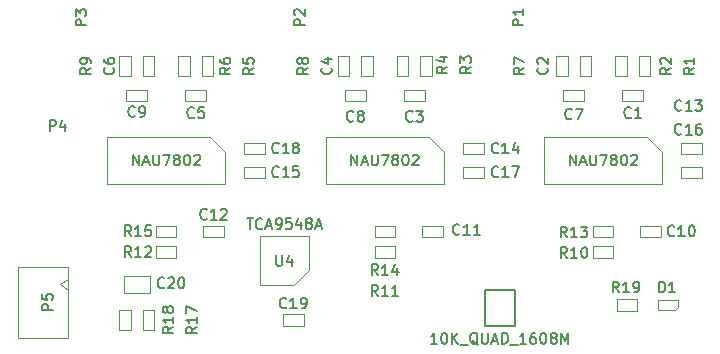
<source format=gbr>
G04 #@! TF.GenerationSoftware,KiCad,Pcbnew,(5.1.0-0)*
G04 #@! TF.CreationDate,2019-05-28T11:35:41+09:30*
G04 #@! TF.ProjectId,triax-loadwing,74726961-782d-46c6-9f61-6477696e672e,V1.0*
G04 #@! TF.SameCoordinates,Original*
G04 #@! TF.FileFunction,Other,Fab,Top*
%FSLAX46Y46*%
G04 Gerber Fmt 4.6, Leading zero omitted, Abs format (unit mm)*
G04 Created by KiCad (PCBNEW (5.1.0-0)) date 2019-05-28 11:35:41*
%MOMM*%
%LPD*%
G04 APERTURE LIST*
%ADD10C,0.150000*%
%ADD11C,0.100000*%
%ADD12C,0.120000*%
%ADD13C,0.160000*%
G04 APERTURE END LIST*
D10*
X175500000Y-85000000D02*
X175500000Y-85000000D01*
X175500000Y-88000000D02*
X175500000Y-85000000D01*
X178000000Y-88000000D02*
X175500000Y-88000000D01*
X178000000Y-85000000D02*
X178000000Y-88000000D01*
X175500000Y-85000000D02*
X178000000Y-85000000D01*
D11*
X139467893Y-84500000D02*
X140175000Y-85000000D01*
X140175000Y-84000000D02*
X139467893Y-84500000D01*
X140175000Y-89000000D02*
X135925000Y-89000000D01*
X140175000Y-83000000D02*
X135925000Y-83000000D01*
X135925000Y-83000000D02*
X135925000Y-89000000D01*
X140175000Y-83000000D02*
X140175000Y-89000000D01*
D12*
X144900000Y-83770000D02*
X147100000Y-83770000D01*
X144900000Y-85230000D02*
X144900000Y-83770000D01*
X147100000Y-85230000D02*
X144900000Y-85230000D01*
X147100000Y-83770000D02*
X147100000Y-85230000D01*
X156420000Y-80420000D02*
X160580000Y-80420000D01*
X156420000Y-84580000D02*
X156420000Y-80420000D01*
X159310000Y-84580000D02*
X156420000Y-84580000D01*
X160580000Y-83310000D02*
X159310000Y-84580000D01*
X160580000Y-80420000D02*
X160580000Y-83310000D01*
X143500000Y-76000000D02*
X143500000Y-72000000D01*
X153500000Y-76000000D02*
X143500000Y-76000000D01*
X153500000Y-73270000D02*
X153500000Y-76000000D01*
X152230000Y-72000000D02*
X153500000Y-73270000D01*
X143500000Y-72000000D02*
X152230000Y-72000000D01*
X162000000Y-76000000D02*
X162000000Y-72000000D01*
X172000000Y-76000000D02*
X162000000Y-76000000D01*
X172000000Y-73270000D02*
X172000000Y-76000000D01*
X170730000Y-72000000D02*
X172000000Y-73270000D01*
X162000000Y-72000000D02*
X170730000Y-72000000D01*
X180500000Y-76000000D02*
X180500000Y-72000000D01*
X190500000Y-76000000D02*
X180500000Y-76000000D01*
X190500000Y-73270000D02*
X190500000Y-76000000D01*
X189230000Y-72000000D02*
X190500000Y-73270000D01*
X180500000Y-72000000D02*
X189230000Y-72000000D01*
X188330000Y-86730000D02*
X186670000Y-86730000D01*
X188330000Y-85770000D02*
X188330000Y-86730000D01*
X186670000Y-85770000D02*
X188330000Y-85770000D01*
X186670000Y-86730000D02*
X186670000Y-85770000D01*
X145480000Y-86670000D02*
X145480000Y-88330000D01*
X144520000Y-86670000D02*
X145480000Y-86670000D01*
X144520000Y-88330000D02*
X144520000Y-86670000D01*
X145480000Y-88330000D02*
X144520000Y-88330000D01*
X146520000Y-88330000D02*
X146520000Y-86670000D01*
X147480000Y-88330000D02*
X146520000Y-88330000D01*
X147480000Y-86670000D02*
X147480000Y-88330000D01*
X146520000Y-86670000D02*
X147480000Y-86670000D01*
X149330000Y-80480000D02*
X147670000Y-80480000D01*
X149330000Y-79520000D02*
X149330000Y-80480000D01*
X147670000Y-79520000D02*
X149330000Y-79520000D01*
X147670000Y-80480000D02*
X147670000Y-79520000D01*
X167830000Y-80480000D02*
X166170000Y-80480000D01*
X167830000Y-79520000D02*
X167830000Y-80480000D01*
X166170000Y-79520000D02*
X167830000Y-79520000D01*
X166170000Y-80480000D02*
X166170000Y-79520000D01*
X186330000Y-80480000D02*
X184670000Y-80480000D01*
X186330000Y-79520000D02*
X186330000Y-80480000D01*
X184670000Y-79520000D02*
X186330000Y-79520000D01*
X184670000Y-80480000D02*
X184670000Y-79520000D01*
X147670000Y-81270000D02*
X149330000Y-81270000D01*
X147670000Y-82230000D02*
X147670000Y-81270000D01*
X149330000Y-82230000D02*
X147670000Y-82230000D01*
X149330000Y-81270000D02*
X149330000Y-82230000D01*
X166170000Y-81270000D02*
X167830000Y-81270000D01*
X166170000Y-82230000D02*
X166170000Y-81270000D01*
X167830000Y-82230000D02*
X166170000Y-82230000D01*
X167830000Y-81270000D02*
X167830000Y-82230000D01*
X184670000Y-81270000D02*
X186330000Y-81270000D01*
X184670000Y-82230000D02*
X184670000Y-81270000D01*
X186330000Y-82230000D02*
X184670000Y-82230000D01*
X186330000Y-81270000D02*
X186330000Y-82230000D01*
X144520000Y-66830000D02*
X144520000Y-65170000D01*
X145480000Y-66830000D02*
X144520000Y-66830000D01*
X145480000Y-65170000D02*
X145480000Y-66830000D01*
X144520000Y-65170000D02*
X145480000Y-65170000D01*
X163020000Y-66830000D02*
X163020000Y-65170000D01*
X163980000Y-66830000D02*
X163020000Y-66830000D01*
X163980000Y-65170000D02*
X163980000Y-66830000D01*
X163020000Y-65170000D02*
X163980000Y-65170000D01*
X181520000Y-66830000D02*
X181520000Y-65170000D01*
X182480000Y-66830000D02*
X181520000Y-66830000D01*
X182480000Y-65170000D02*
X182480000Y-66830000D01*
X181520000Y-65170000D02*
X182480000Y-65170000D01*
X150480000Y-65170000D02*
X150480000Y-66830000D01*
X149520000Y-65170000D02*
X150480000Y-65170000D01*
X149520000Y-66830000D02*
X149520000Y-65170000D01*
X150480000Y-66830000D02*
X149520000Y-66830000D01*
X152480000Y-65170000D02*
X152480000Y-66830000D01*
X151520000Y-65170000D02*
X152480000Y-65170000D01*
X151520000Y-66830000D02*
X151520000Y-65170000D01*
X152480000Y-66830000D02*
X151520000Y-66830000D01*
X168980000Y-65170000D02*
X168980000Y-66830000D01*
X168020000Y-65170000D02*
X168980000Y-65170000D01*
X168020000Y-66830000D02*
X168020000Y-65170000D01*
X168980000Y-66830000D02*
X168020000Y-66830000D01*
X170980000Y-65170000D02*
X170980000Y-66830000D01*
X170020000Y-65170000D02*
X170980000Y-65170000D01*
X170020000Y-66830000D02*
X170020000Y-65170000D01*
X170980000Y-66830000D02*
X170020000Y-66830000D01*
X187480000Y-65170000D02*
X187480000Y-66830000D01*
X186520000Y-65170000D02*
X187480000Y-65170000D01*
X186520000Y-66830000D02*
X186520000Y-65170000D01*
X187480000Y-66830000D02*
X186520000Y-66830000D01*
X189480000Y-65170000D02*
X189480000Y-66830000D01*
X188520000Y-65170000D02*
X189480000Y-65170000D01*
X188520000Y-66830000D02*
X188520000Y-65170000D01*
X189480000Y-66830000D02*
X188520000Y-66830000D01*
X190150000Y-85800000D02*
X191850000Y-85800000D01*
X190150000Y-86700000D02*
X190150000Y-85800000D01*
X191550000Y-86700000D02*
X190150000Y-86700000D01*
X191850000Y-86400000D02*
X191550000Y-86700000D01*
X191850000Y-85800000D02*
X191850000Y-86400000D01*
X160130000Y-87980000D02*
X158370000Y-87980000D01*
X160130000Y-87020000D02*
X160130000Y-87980000D01*
X158370000Y-87020000D02*
X160130000Y-87020000D01*
X158370000Y-87980000D02*
X158370000Y-87020000D01*
X156880000Y-73480000D02*
X155120000Y-73480000D01*
X156880000Y-72520000D02*
X156880000Y-73480000D01*
X155120000Y-72520000D02*
X156880000Y-72520000D01*
X155120000Y-73480000D02*
X155120000Y-72520000D01*
X175380000Y-75480000D02*
X173620000Y-75480000D01*
X175380000Y-74520000D02*
X175380000Y-75480000D01*
X173620000Y-74520000D02*
X175380000Y-74520000D01*
X173620000Y-75480000D02*
X173620000Y-74520000D01*
X193880000Y-75480000D02*
X192120000Y-75480000D01*
X193880000Y-74520000D02*
X193880000Y-75480000D01*
X192120000Y-74520000D02*
X193880000Y-74520000D01*
X192120000Y-75480000D02*
X192120000Y-74520000D01*
X155120000Y-74520000D02*
X156880000Y-74520000D01*
X155120000Y-75480000D02*
X155120000Y-74520000D01*
X156880000Y-75480000D02*
X155120000Y-75480000D01*
X156880000Y-74520000D02*
X156880000Y-75480000D01*
X173620000Y-72520000D02*
X175380000Y-72520000D01*
X173620000Y-73480000D02*
X173620000Y-72520000D01*
X175380000Y-73480000D02*
X173620000Y-73480000D01*
X175380000Y-72520000D02*
X175380000Y-73480000D01*
X192120000Y-72520000D02*
X193880000Y-72520000D01*
X192120000Y-73480000D02*
X192120000Y-72520000D01*
X193880000Y-73480000D02*
X192120000Y-73480000D01*
X193880000Y-72520000D02*
X193880000Y-73480000D01*
X153380000Y-80480000D02*
X151620000Y-80480000D01*
X153380000Y-79520000D02*
X153380000Y-80480000D01*
X151620000Y-79520000D02*
X153380000Y-79520000D01*
X151620000Y-80480000D02*
X151620000Y-79520000D01*
X171905000Y-80480000D02*
X170145000Y-80480000D01*
X171905000Y-79520000D02*
X171905000Y-80480000D01*
X170145000Y-79520000D02*
X171905000Y-79520000D01*
X170145000Y-80480000D02*
X170145000Y-79520000D01*
X190380000Y-80480000D02*
X188620000Y-80480000D01*
X190380000Y-79520000D02*
X190380000Y-80480000D01*
X188620000Y-79520000D02*
X190380000Y-79520000D01*
X188620000Y-80480000D02*
X188620000Y-79520000D01*
X146880000Y-68980000D02*
X145120000Y-68980000D01*
X146880000Y-68020000D02*
X146880000Y-68980000D01*
X145120000Y-68020000D02*
X146880000Y-68020000D01*
X145120000Y-68980000D02*
X145120000Y-68020000D01*
X165380000Y-68980000D02*
X163620000Y-68980000D01*
X165380000Y-68020000D02*
X165380000Y-68980000D01*
X163620000Y-68020000D02*
X165380000Y-68020000D01*
X163620000Y-68980000D02*
X163620000Y-68020000D01*
X183880000Y-68980000D02*
X182120000Y-68980000D01*
X183880000Y-68020000D02*
X183880000Y-68980000D01*
X182120000Y-68020000D02*
X183880000Y-68020000D01*
X182120000Y-68980000D02*
X182120000Y-68020000D01*
X146520000Y-66880000D02*
X146520000Y-65120000D01*
X147480000Y-66880000D02*
X146520000Y-66880000D01*
X147480000Y-65120000D02*
X147480000Y-66880000D01*
X146520000Y-65120000D02*
X147480000Y-65120000D01*
X150120000Y-68020000D02*
X151880000Y-68020000D01*
X150120000Y-68980000D02*
X150120000Y-68020000D01*
X151880000Y-68980000D02*
X150120000Y-68980000D01*
X151880000Y-68020000D02*
X151880000Y-68980000D01*
X165020000Y-66880000D02*
X165020000Y-65120000D01*
X165980000Y-66880000D02*
X165020000Y-66880000D01*
X165980000Y-65120000D02*
X165980000Y-66880000D01*
X165020000Y-65120000D02*
X165980000Y-65120000D01*
X168620000Y-68020000D02*
X170380000Y-68020000D01*
X168620000Y-68980000D02*
X168620000Y-68020000D01*
X170380000Y-68980000D02*
X168620000Y-68980000D01*
X170380000Y-68020000D02*
X170380000Y-68980000D01*
X183520000Y-66880000D02*
X183520000Y-65120000D01*
X184480000Y-66880000D02*
X183520000Y-66880000D01*
X184480000Y-65120000D02*
X184480000Y-66880000D01*
X183520000Y-65120000D02*
X184480000Y-65120000D01*
X187120000Y-68020000D02*
X188880000Y-68020000D01*
X187120000Y-68980000D02*
X187120000Y-68020000D01*
X188880000Y-68980000D02*
X187120000Y-68980000D01*
X188880000Y-68020000D02*
X188880000Y-68980000D01*
D13*
X171435714Y-89507142D02*
X170921428Y-89507142D01*
X171178571Y-89507142D02*
X171178571Y-88607142D01*
X171092857Y-88735714D01*
X171007142Y-88821428D01*
X170921428Y-88864285D01*
X171992857Y-88607142D02*
X172078571Y-88607142D01*
X172164285Y-88650000D01*
X172207142Y-88692857D01*
X172250000Y-88778571D01*
X172292857Y-88950000D01*
X172292857Y-89164285D01*
X172250000Y-89335714D01*
X172207142Y-89421428D01*
X172164285Y-89464285D01*
X172078571Y-89507142D01*
X171992857Y-89507142D01*
X171907142Y-89464285D01*
X171864285Y-89421428D01*
X171821428Y-89335714D01*
X171778571Y-89164285D01*
X171778571Y-88950000D01*
X171821428Y-88778571D01*
X171864285Y-88692857D01*
X171907142Y-88650000D01*
X171992857Y-88607142D01*
X172678571Y-89507142D02*
X172678571Y-88607142D01*
X173192857Y-89507142D02*
X172807142Y-88992857D01*
X173192857Y-88607142D02*
X172678571Y-89121428D01*
X173364285Y-89592857D02*
X174050000Y-89592857D01*
X174864285Y-89592857D02*
X174778571Y-89550000D01*
X174692857Y-89464285D01*
X174564285Y-89335714D01*
X174478571Y-89292857D01*
X174392857Y-89292857D01*
X174435714Y-89507142D02*
X174350000Y-89464285D01*
X174264285Y-89378571D01*
X174221428Y-89207142D01*
X174221428Y-88907142D01*
X174264285Y-88735714D01*
X174350000Y-88650000D01*
X174435714Y-88607142D01*
X174607142Y-88607142D01*
X174692857Y-88650000D01*
X174778571Y-88735714D01*
X174821428Y-88907142D01*
X174821428Y-89207142D01*
X174778571Y-89378571D01*
X174692857Y-89464285D01*
X174607142Y-89507142D01*
X174435714Y-89507142D01*
X175207142Y-88607142D02*
X175207142Y-89335714D01*
X175250000Y-89421428D01*
X175292857Y-89464285D01*
X175378571Y-89507142D01*
X175550000Y-89507142D01*
X175635714Y-89464285D01*
X175678571Y-89421428D01*
X175721428Y-89335714D01*
X175721428Y-88607142D01*
X176107142Y-89250000D02*
X176535714Y-89250000D01*
X176021428Y-89507142D02*
X176321428Y-88607142D01*
X176621428Y-89507142D01*
X176921428Y-89507142D02*
X176921428Y-88607142D01*
X177135714Y-88607142D01*
X177264285Y-88650000D01*
X177350000Y-88735714D01*
X177392857Y-88821428D01*
X177435714Y-88992857D01*
X177435714Y-89121428D01*
X177392857Y-89292857D01*
X177350000Y-89378571D01*
X177264285Y-89464285D01*
X177135714Y-89507142D01*
X176921428Y-89507142D01*
X177607142Y-89592857D02*
X178292857Y-89592857D01*
X178978571Y-89507142D02*
X178464285Y-89507142D01*
X178721428Y-89507142D02*
X178721428Y-88607142D01*
X178635714Y-88735714D01*
X178550000Y-88821428D01*
X178464285Y-88864285D01*
X179750000Y-88607142D02*
X179578571Y-88607142D01*
X179492857Y-88650000D01*
X179450000Y-88692857D01*
X179364285Y-88821428D01*
X179321428Y-88992857D01*
X179321428Y-89335714D01*
X179364285Y-89421428D01*
X179407142Y-89464285D01*
X179492857Y-89507142D01*
X179664285Y-89507142D01*
X179750000Y-89464285D01*
X179792857Y-89421428D01*
X179835714Y-89335714D01*
X179835714Y-89121428D01*
X179792857Y-89035714D01*
X179750000Y-88992857D01*
X179664285Y-88950000D01*
X179492857Y-88950000D01*
X179407142Y-88992857D01*
X179364285Y-89035714D01*
X179321428Y-89121428D01*
X180392857Y-88607142D02*
X180478571Y-88607142D01*
X180564285Y-88650000D01*
X180607142Y-88692857D01*
X180650000Y-88778571D01*
X180692857Y-88950000D01*
X180692857Y-89164285D01*
X180650000Y-89335714D01*
X180607142Y-89421428D01*
X180564285Y-89464285D01*
X180478571Y-89507142D01*
X180392857Y-89507142D01*
X180307142Y-89464285D01*
X180264285Y-89421428D01*
X180221428Y-89335714D01*
X180178571Y-89164285D01*
X180178571Y-88950000D01*
X180221428Y-88778571D01*
X180264285Y-88692857D01*
X180307142Y-88650000D01*
X180392857Y-88607142D01*
X181207142Y-88992857D02*
X181121428Y-88950000D01*
X181078571Y-88907142D01*
X181035714Y-88821428D01*
X181035714Y-88778571D01*
X181078571Y-88692857D01*
X181121428Y-88650000D01*
X181207142Y-88607142D01*
X181378571Y-88607142D01*
X181464285Y-88650000D01*
X181507142Y-88692857D01*
X181550000Y-88778571D01*
X181550000Y-88821428D01*
X181507142Y-88907142D01*
X181464285Y-88950000D01*
X181378571Y-88992857D01*
X181207142Y-88992857D01*
X181121428Y-89035714D01*
X181078571Y-89078571D01*
X181035714Y-89164285D01*
X181035714Y-89335714D01*
X181078571Y-89421428D01*
X181121428Y-89464285D01*
X181207142Y-89507142D01*
X181378571Y-89507142D01*
X181464285Y-89464285D01*
X181507142Y-89421428D01*
X181550000Y-89335714D01*
X181550000Y-89164285D01*
X181507142Y-89078571D01*
X181464285Y-89035714D01*
X181378571Y-88992857D01*
X181935714Y-89507142D02*
X181935714Y-88607142D01*
X182235714Y-89250000D01*
X182535714Y-88607142D01*
X182535714Y-89507142D01*
X138907142Y-86664285D02*
X138007142Y-86664285D01*
X138007142Y-86321428D01*
X138050000Y-86235714D01*
X138092857Y-86192857D01*
X138178571Y-86150000D01*
X138307142Y-86150000D01*
X138392857Y-86192857D01*
X138435714Y-86235714D01*
X138478571Y-86321428D01*
X138478571Y-86664285D01*
X138007142Y-85335714D02*
X138007142Y-85764285D01*
X138435714Y-85807142D01*
X138392857Y-85764285D01*
X138350000Y-85678571D01*
X138350000Y-85464285D01*
X138392857Y-85378571D01*
X138435714Y-85335714D01*
X138521428Y-85292857D01*
X138735714Y-85292857D01*
X138821428Y-85335714D01*
X138864285Y-85378571D01*
X138907142Y-85464285D01*
X138907142Y-85678571D01*
X138864285Y-85764285D01*
X138821428Y-85807142D01*
X138635714Y-71507142D02*
X138635714Y-70607142D01*
X138978571Y-70607142D01*
X139064285Y-70650000D01*
X139107142Y-70692857D01*
X139150000Y-70778571D01*
X139150000Y-70907142D01*
X139107142Y-70992857D01*
X139064285Y-71035714D01*
X138978571Y-71078571D01*
X138635714Y-71078571D01*
X139921428Y-70907142D02*
X139921428Y-71507142D01*
X139707142Y-70564285D02*
X139492857Y-71207142D01*
X140050000Y-71207142D01*
X148321428Y-84721428D02*
X148278571Y-84764285D01*
X148150000Y-84807142D01*
X148064285Y-84807142D01*
X147935714Y-84764285D01*
X147850000Y-84678571D01*
X147807142Y-84592857D01*
X147764285Y-84421428D01*
X147764285Y-84292857D01*
X147807142Y-84121428D01*
X147850000Y-84035714D01*
X147935714Y-83950000D01*
X148064285Y-83907142D01*
X148150000Y-83907142D01*
X148278571Y-83950000D01*
X148321428Y-83992857D01*
X148664285Y-83992857D02*
X148707142Y-83950000D01*
X148792857Y-83907142D01*
X149007142Y-83907142D01*
X149092857Y-83950000D01*
X149135714Y-83992857D01*
X149178571Y-84078571D01*
X149178571Y-84164285D01*
X149135714Y-84292857D01*
X148621428Y-84807142D01*
X149178571Y-84807142D01*
X149735714Y-83907142D02*
X149821428Y-83907142D01*
X149907142Y-83950000D01*
X149950000Y-83992857D01*
X149992857Y-84078571D01*
X150035714Y-84250000D01*
X150035714Y-84464285D01*
X149992857Y-84635714D01*
X149950000Y-84721428D01*
X149907142Y-84764285D01*
X149821428Y-84807142D01*
X149735714Y-84807142D01*
X149650000Y-84764285D01*
X149607142Y-84721428D01*
X149564285Y-84635714D01*
X149521428Y-84464285D01*
X149521428Y-84250000D01*
X149564285Y-84078571D01*
X149607142Y-83992857D01*
X149650000Y-83950000D01*
X149735714Y-83907142D01*
X141727142Y-62564285D02*
X140827142Y-62564285D01*
X140827142Y-62221428D01*
X140870000Y-62135714D01*
X140912857Y-62092857D01*
X140998571Y-62050000D01*
X141127142Y-62050000D01*
X141212857Y-62092857D01*
X141255714Y-62135714D01*
X141298571Y-62221428D01*
X141298571Y-62564285D01*
X140827142Y-61750000D02*
X140827142Y-61192857D01*
X141170000Y-61492857D01*
X141170000Y-61364285D01*
X141212857Y-61278571D01*
X141255714Y-61235714D01*
X141341428Y-61192857D01*
X141555714Y-61192857D01*
X141641428Y-61235714D01*
X141684285Y-61278571D01*
X141727142Y-61364285D01*
X141727142Y-61621428D01*
X141684285Y-61707142D01*
X141641428Y-61750000D01*
X160227142Y-62564285D02*
X159327142Y-62564285D01*
X159327142Y-62221428D01*
X159370000Y-62135714D01*
X159412857Y-62092857D01*
X159498571Y-62050000D01*
X159627142Y-62050000D01*
X159712857Y-62092857D01*
X159755714Y-62135714D01*
X159798571Y-62221428D01*
X159798571Y-62564285D01*
X159412857Y-61707142D02*
X159370000Y-61664285D01*
X159327142Y-61578571D01*
X159327142Y-61364285D01*
X159370000Y-61278571D01*
X159412857Y-61235714D01*
X159498571Y-61192857D01*
X159584285Y-61192857D01*
X159712857Y-61235714D01*
X160227142Y-61750000D01*
X160227142Y-61192857D01*
X178727142Y-62564285D02*
X177827142Y-62564285D01*
X177827142Y-62221428D01*
X177870000Y-62135714D01*
X177912857Y-62092857D01*
X177998571Y-62050000D01*
X178127142Y-62050000D01*
X178212857Y-62092857D01*
X178255714Y-62135714D01*
X178298571Y-62221428D01*
X178298571Y-62564285D01*
X178727142Y-61192857D02*
X178727142Y-61707142D01*
X178727142Y-61450000D02*
X177827142Y-61450000D01*
X177955714Y-61535714D01*
X178041428Y-61621428D01*
X178084285Y-61707142D01*
X157814285Y-82007142D02*
X157814285Y-82735714D01*
X157857142Y-82821428D01*
X157900000Y-82864285D01*
X157985714Y-82907142D01*
X158157142Y-82907142D01*
X158242857Y-82864285D01*
X158285714Y-82821428D01*
X158328571Y-82735714D01*
X158328571Y-82007142D01*
X159142857Y-82307142D02*
X159142857Y-82907142D01*
X158928571Y-81964285D02*
X158714285Y-82607142D01*
X159271428Y-82607142D01*
X155307142Y-78907142D02*
X155821428Y-78907142D01*
X155564285Y-79807142D02*
X155564285Y-78907142D01*
X156635714Y-79721428D02*
X156592857Y-79764285D01*
X156464285Y-79807142D01*
X156378571Y-79807142D01*
X156250000Y-79764285D01*
X156164285Y-79678571D01*
X156121428Y-79592857D01*
X156078571Y-79421428D01*
X156078571Y-79292857D01*
X156121428Y-79121428D01*
X156164285Y-79035714D01*
X156250000Y-78950000D01*
X156378571Y-78907142D01*
X156464285Y-78907142D01*
X156592857Y-78950000D01*
X156635714Y-78992857D01*
X156978571Y-79550000D02*
X157407142Y-79550000D01*
X156892857Y-79807142D02*
X157192857Y-78907142D01*
X157492857Y-79807142D01*
X157835714Y-79807142D02*
X158007142Y-79807142D01*
X158092857Y-79764285D01*
X158135714Y-79721428D01*
X158221428Y-79592857D01*
X158264285Y-79421428D01*
X158264285Y-79078571D01*
X158221428Y-78992857D01*
X158178571Y-78950000D01*
X158092857Y-78907142D01*
X157921428Y-78907142D01*
X157835714Y-78950000D01*
X157792857Y-78992857D01*
X157750000Y-79078571D01*
X157750000Y-79292857D01*
X157792857Y-79378571D01*
X157835714Y-79421428D01*
X157921428Y-79464285D01*
X158092857Y-79464285D01*
X158178571Y-79421428D01*
X158221428Y-79378571D01*
X158264285Y-79292857D01*
X159078571Y-78907142D02*
X158650000Y-78907142D01*
X158607142Y-79335714D01*
X158650000Y-79292857D01*
X158735714Y-79250000D01*
X158950000Y-79250000D01*
X159035714Y-79292857D01*
X159078571Y-79335714D01*
X159121428Y-79421428D01*
X159121428Y-79635714D01*
X159078571Y-79721428D01*
X159035714Y-79764285D01*
X158950000Y-79807142D01*
X158735714Y-79807142D01*
X158650000Y-79764285D01*
X158607142Y-79721428D01*
X159892857Y-79207142D02*
X159892857Y-79807142D01*
X159678571Y-78864285D02*
X159464285Y-79507142D01*
X160021428Y-79507142D01*
X160492857Y-79292857D02*
X160407142Y-79250000D01*
X160364285Y-79207142D01*
X160321428Y-79121428D01*
X160321428Y-79078571D01*
X160364285Y-78992857D01*
X160407142Y-78950000D01*
X160492857Y-78907142D01*
X160664285Y-78907142D01*
X160750000Y-78950000D01*
X160792857Y-78992857D01*
X160835714Y-79078571D01*
X160835714Y-79121428D01*
X160792857Y-79207142D01*
X160750000Y-79250000D01*
X160664285Y-79292857D01*
X160492857Y-79292857D01*
X160407142Y-79335714D01*
X160364285Y-79378571D01*
X160321428Y-79464285D01*
X160321428Y-79635714D01*
X160364285Y-79721428D01*
X160407142Y-79764285D01*
X160492857Y-79807142D01*
X160664285Y-79807142D01*
X160750000Y-79764285D01*
X160792857Y-79721428D01*
X160835714Y-79635714D01*
X160835714Y-79464285D01*
X160792857Y-79378571D01*
X160750000Y-79335714D01*
X160664285Y-79292857D01*
X161178571Y-79550000D02*
X161607142Y-79550000D01*
X161092857Y-79807142D02*
X161392857Y-78907142D01*
X161692857Y-79807142D01*
X145671428Y-74407142D02*
X145671428Y-73507142D01*
X146185714Y-74407142D01*
X146185714Y-73507142D01*
X146571428Y-74150000D02*
X147000000Y-74150000D01*
X146485714Y-74407142D02*
X146785714Y-73507142D01*
X147085714Y-74407142D01*
X147385714Y-73507142D02*
X147385714Y-74235714D01*
X147428571Y-74321428D01*
X147471428Y-74364285D01*
X147557142Y-74407142D01*
X147728571Y-74407142D01*
X147814285Y-74364285D01*
X147857142Y-74321428D01*
X147900000Y-74235714D01*
X147900000Y-73507142D01*
X148242857Y-73507142D02*
X148842857Y-73507142D01*
X148457142Y-74407142D01*
X149314285Y-73892857D02*
X149228571Y-73850000D01*
X149185714Y-73807142D01*
X149142857Y-73721428D01*
X149142857Y-73678571D01*
X149185714Y-73592857D01*
X149228571Y-73550000D01*
X149314285Y-73507142D01*
X149485714Y-73507142D01*
X149571428Y-73550000D01*
X149614285Y-73592857D01*
X149657142Y-73678571D01*
X149657142Y-73721428D01*
X149614285Y-73807142D01*
X149571428Y-73850000D01*
X149485714Y-73892857D01*
X149314285Y-73892857D01*
X149228571Y-73935714D01*
X149185714Y-73978571D01*
X149142857Y-74064285D01*
X149142857Y-74235714D01*
X149185714Y-74321428D01*
X149228571Y-74364285D01*
X149314285Y-74407142D01*
X149485714Y-74407142D01*
X149571428Y-74364285D01*
X149614285Y-74321428D01*
X149657142Y-74235714D01*
X149657142Y-74064285D01*
X149614285Y-73978571D01*
X149571428Y-73935714D01*
X149485714Y-73892857D01*
X150214285Y-73507142D02*
X150300000Y-73507142D01*
X150385714Y-73550000D01*
X150428571Y-73592857D01*
X150471428Y-73678571D01*
X150514285Y-73850000D01*
X150514285Y-74064285D01*
X150471428Y-74235714D01*
X150428571Y-74321428D01*
X150385714Y-74364285D01*
X150300000Y-74407142D01*
X150214285Y-74407142D01*
X150128571Y-74364285D01*
X150085714Y-74321428D01*
X150042857Y-74235714D01*
X150000000Y-74064285D01*
X150000000Y-73850000D01*
X150042857Y-73678571D01*
X150085714Y-73592857D01*
X150128571Y-73550000D01*
X150214285Y-73507142D01*
X150857142Y-73592857D02*
X150900000Y-73550000D01*
X150985714Y-73507142D01*
X151200000Y-73507142D01*
X151285714Y-73550000D01*
X151328571Y-73592857D01*
X151371428Y-73678571D01*
X151371428Y-73764285D01*
X151328571Y-73892857D01*
X150814285Y-74407142D01*
X151371428Y-74407142D01*
X164171428Y-74407142D02*
X164171428Y-73507142D01*
X164685714Y-74407142D01*
X164685714Y-73507142D01*
X165071428Y-74150000D02*
X165500000Y-74150000D01*
X164985714Y-74407142D02*
X165285714Y-73507142D01*
X165585714Y-74407142D01*
X165885714Y-73507142D02*
X165885714Y-74235714D01*
X165928571Y-74321428D01*
X165971428Y-74364285D01*
X166057142Y-74407142D01*
X166228571Y-74407142D01*
X166314285Y-74364285D01*
X166357142Y-74321428D01*
X166400000Y-74235714D01*
X166400000Y-73507142D01*
X166742857Y-73507142D02*
X167342857Y-73507142D01*
X166957142Y-74407142D01*
X167814285Y-73892857D02*
X167728571Y-73850000D01*
X167685714Y-73807142D01*
X167642857Y-73721428D01*
X167642857Y-73678571D01*
X167685714Y-73592857D01*
X167728571Y-73550000D01*
X167814285Y-73507142D01*
X167985714Y-73507142D01*
X168071428Y-73550000D01*
X168114285Y-73592857D01*
X168157142Y-73678571D01*
X168157142Y-73721428D01*
X168114285Y-73807142D01*
X168071428Y-73850000D01*
X167985714Y-73892857D01*
X167814285Y-73892857D01*
X167728571Y-73935714D01*
X167685714Y-73978571D01*
X167642857Y-74064285D01*
X167642857Y-74235714D01*
X167685714Y-74321428D01*
X167728571Y-74364285D01*
X167814285Y-74407142D01*
X167985714Y-74407142D01*
X168071428Y-74364285D01*
X168114285Y-74321428D01*
X168157142Y-74235714D01*
X168157142Y-74064285D01*
X168114285Y-73978571D01*
X168071428Y-73935714D01*
X167985714Y-73892857D01*
X168714285Y-73507142D02*
X168800000Y-73507142D01*
X168885714Y-73550000D01*
X168928571Y-73592857D01*
X168971428Y-73678571D01*
X169014285Y-73850000D01*
X169014285Y-74064285D01*
X168971428Y-74235714D01*
X168928571Y-74321428D01*
X168885714Y-74364285D01*
X168800000Y-74407142D01*
X168714285Y-74407142D01*
X168628571Y-74364285D01*
X168585714Y-74321428D01*
X168542857Y-74235714D01*
X168500000Y-74064285D01*
X168500000Y-73850000D01*
X168542857Y-73678571D01*
X168585714Y-73592857D01*
X168628571Y-73550000D01*
X168714285Y-73507142D01*
X169357142Y-73592857D02*
X169400000Y-73550000D01*
X169485714Y-73507142D01*
X169700000Y-73507142D01*
X169785714Y-73550000D01*
X169828571Y-73592857D01*
X169871428Y-73678571D01*
X169871428Y-73764285D01*
X169828571Y-73892857D01*
X169314285Y-74407142D01*
X169871428Y-74407142D01*
X182671428Y-74407142D02*
X182671428Y-73507142D01*
X183185714Y-74407142D01*
X183185714Y-73507142D01*
X183571428Y-74150000D02*
X184000000Y-74150000D01*
X183485714Y-74407142D02*
X183785714Y-73507142D01*
X184085714Y-74407142D01*
X184385714Y-73507142D02*
X184385714Y-74235714D01*
X184428571Y-74321428D01*
X184471428Y-74364285D01*
X184557142Y-74407142D01*
X184728571Y-74407142D01*
X184814285Y-74364285D01*
X184857142Y-74321428D01*
X184900000Y-74235714D01*
X184900000Y-73507142D01*
X185242857Y-73507142D02*
X185842857Y-73507142D01*
X185457142Y-74407142D01*
X186314285Y-73892857D02*
X186228571Y-73850000D01*
X186185714Y-73807142D01*
X186142857Y-73721428D01*
X186142857Y-73678571D01*
X186185714Y-73592857D01*
X186228571Y-73550000D01*
X186314285Y-73507142D01*
X186485714Y-73507142D01*
X186571428Y-73550000D01*
X186614285Y-73592857D01*
X186657142Y-73678571D01*
X186657142Y-73721428D01*
X186614285Y-73807142D01*
X186571428Y-73850000D01*
X186485714Y-73892857D01*
X186314285Y-73892857D01*
X186228571Y-73935714D01*
X186185714Y-73978571D01*
X186142857Y-74064285D01*
X186142857Y-74235714D01*
X186185714Y-74321428D01*
X186228571Y-74364285D01*
X186314285Y-74407142D01*
X186485714Y-74407142D01*
X186571428Y-74364285D01*
X186614285Y-74321428D01*
X186657142Y-74235714D01*
X186657142Y-74064285D01*
X186614285Y-73978571D01*
X186571428Y-73935714D01*
X186485714Y-73892857D01*
X187214285Y-73507142D02*
X187300000Y-73507142D01*
X187385714Y-73550000D01*
X187428571Y-73592857D01*
X187471428Y-73678571D01*
X187514285Y-73850000D01*
X187514285Y-74064285D01*
X187471428Y-74235714D01*
X187428571Y-74321428D01*
X187385714Y-74364285D01*
X187300000Y-74407142D01*
X187214285Y-74407142D01*
X187128571Y-74364285D01*
X187085714Y-74321428D01*
X187042857Y-74235714D01*
X187000000Y-74064285D01*
X187000000Y-73850000D01*
X187042857Y-73678571D01*
X187085714Y-73592857D01*
X187128571Y-73550000D01*
X187214285Y-73507142D01*
X187857142Y-73592857D02*
X187900000Y-73550000D01*
X187985714Y-73507142D01*
X188200000Y-73507142D01*
X188285714Y-73550000D01*
X188328571Y-73592857D01*
X188371428Y-73678571D01*
X188371428Y-73764285D01*
X188328571Y-73892857D01*
X187814285Y-74407142D01*
X188371428Y-74407142D01*
X186821428Y-85157142D02*
X186521428Y-84728571D01*
X186307142Y-85157142D02*
X186307142Y-84257142D01*
X186650000Y-84257142D01*
X186735714Y-84300000D01*
X186778571Y-84342857D01*
X186821428Y-84428571D01*
X186821428Y-84557142D01*
X186778571Y-84642857D01*
X186735714Y-84685714D01*
X186650000Y-84728571D01*
X186307142Y-84728571D01*
X187678571Y-85157142D02*
X187164285Y-85157142D01*
X187421428Y-85157142D02*
X187421428Y-84257142D01*
X187335714Y-84385714D01*
X187250000Y-84471428D01*
X187164285Y-84514285D01*
X188107142Y-85157142D02*
X188278571Y-85157142D01*
X188364285Y-85114285D01*
X188407142Y-85071428D01*
X188492857Y-84942857D01*
X188535714Y-84771428D01*
X188535714Y-84428571D01*
X188492857Y-84342857D01*
X188450000Y-84300000D01*
X188364285Y-84257142D01*
X188192857Y-84257142D01*
X188107142Y-84300000D01*
X188064285Y-84342857D01*
X188021428Y-84428571D01*
X188021428Y-84642857D01*
X188064285Y-84728571D01*
X188107142Y-84771428D01*
X188192857Y-84814285D01*
X188364285Y-84814285D01*
X188450000Y-84771428D01*
X188492857Y-84728571D01*
X188535714Y-84642857D01*
X149107142Y-88078571D02*
X148678571Y-88378571D01*
X149107142Y-88592857D02*
X148207142Y-88592857D01*
X148207142Y-88250000D01*
X148250000Y-88164285D01*
X148292857Y-88121428D01*
X148378571Y-88078571D01*
X148507142Y-88078571D01*
X148592857Y-88121428D01*
X148635714Y-88164285D01*
X148678571Y-88250000D01*
X148678571Y-88592857D01*
X149107142Y-87221428D02*
X149107142Y-87735714D01*
X149107142Y-87478571D02*
X148207142Y-87478571D01*
X148335714Y-87564285D01*
X148421428Y-87650000D01*
X148464285Y-87735714D01*
X148592857Y-86707142D02*
X148550000Y-86792857D01*
X148507142Y-86835714D01*
X148421428Y-86878571D01*
X148378571Y-86878571D01*
X148292857Y-86835714D01*
X148250000Y-86792857D01*
X148207142Y-86707142D01*
X148207142Y-86535714D01*
X148250000Y-86450000D01*
X148292857Y-86407142D01*
X148378571Y-86364285D01*
X148421428Y-86364285D01*
X148507142Y-86407142D01*
X148550000Y-86450000D01*
X148592857Y-86535714D01*
X148592857Y-86707142D01*
X148635714Y-86792857D01*
X148678571Y-86835714D01*
X148764285Y-86878571D01*
X148935714Y-86878571D01*
X149021428Y-86835714D01*
X149064285Y-86792857D01*
X149107142Y-86707142D01*
X149107142Y-86535714D01*
X149064285Y-86450000D01*
X149021428Y-86407142D01*
X148935714Y-86364285D01*
X148764285Y-86364285D01*
X148678571Y-86407142D01*
X148635714Y-86450000D01*
X148592857Y-86535714D01*
X151107142Y-88078571D02*
X150678571Y-88378571D01*
X151107142Y-88592857D02*
X150207142Y-88592857D01*
X150207142Y-88250000D01*
X150250000Y-88164285D01*
X150292857Y-88121428D01*
X150378571Y-88078571D01*
X150507142Y-88078571D01*
X150592857Y-88121428D01*
X150635714Y-88164285D01*
X150678571Y-88250000D01*
X150678571Y-88592857D01*
X151107142Y-87221428D02*
X151107142Y-87735714D01*
X151107142Y-87478571D02*
X150207142Y-87478571D01*
X150335714Y-87564285D01*
X150421428Y-87650000D01*
X150464285Y-87735714D01*
X150207142Y-86921428D02*
X150207142Y-86321428D01*
X151107142Y-86707142D01*
X145521428Y-80407142D02*
X145221428Y-79978571D01*
X145007142Y-80407142D02*
X145007142Y-79507142D01*
X145350000Y-79507142D01*
X145435714Y-79550000D01*
X145478571Y-79592857D01*
X145521428Y-79678571D01*
X145521428Y-79807142D01*
X145478571Y-79892857D01*
X145435714Y-79935714D01*
X145350000Y-79978571D01*
X145007142Y-79978571D01*
X146378571Y-80407142D02*
X145864285Y-80407142D01*
X146121428Y-80407142D02*
X146121428Y-79507142D01*
X146035714Y-79635714D01*
X145950000Y-79721428D01*
X145864285Y-79764285D01*
X147192857Y-79507142D02*
X146764285Y-79507142D01*
X146721428Y-79935714D01*
X146764285Y-79892857D01*
X146850000Y-79850000D01*
X147064285Y-79850000D01*
X147150000Y-79892857D01*
X147192857Y-79935714D01*
X147235714Y-80021428D01*
X147235714Y-80235714D01*
X147192857Y-80321428D01*
X147150000Y-80364285D01*
X147064285Y-80407142D01*
X146850000Y-80407142D01*
X146764285Y-80364285D01*
X146721428Y-80321428D01*
X166421428Y-83707142D02*
X166121428Y-83278571D01*
X165907142Y-83707142D02*
X165907142Y-82807142D01*
X166250000Y-82807142D01*
X166335714Y-82850000D01*
X166378571Y-82892857D01*
X166421428Y-82978571D01*
X166421428Y-83107142D01*
X166378571Y-83192857D01*
X166335714Y-83235714D01*
X166250000Y-83278571D01*
X165907142Y-83278571D01*
X167278571Y-83707142D02*
X166764285Y-83707142D01*
X167021428Y-83707142D02*
X167021428Y-82807142D01*
X166935714Y-82935714D01*
X166850000Y-83021428D01*
X166764285Y-83064285D01*
X168050000Y-83107142D02*
X168050000Y-83707142D01*
X167835714Y-82764285D02*
X167621428Y-83407142D01*
X168178571Y-83407142D01*
X182421428Y-80507142D02*
X182121428Y-80078571D01*
X181907142Y-80507142D02*
X181907142Y-79607142D01*
X182250000Y-79607142D01*
X182335714Y-79650000D01*
X182378571Y-79692857D01*
X182421428Y-79778571D01*
X182421428Y-79907142D01*
X182378571Y-79992857D01*
X182335714Y-80035714D01*
X182250000Y-80078571D01*
X181907142Y-80078571D01*
X183278571Y-80507142D02*
X182764285Y-80507142D01*
X183021428Y-80507142D02*
X183021428Y-79607142D01*
X182935714Y-79735714D01*
X182850000Y-79821428D01*
X182764285Y-79864285D01*
X183578571Y-79607142D02*
X184135714Y-79607142D01*
X183835714Y-79950000D01*
X183964285Y-79950000D01*
X184050000Y-79992857D01*
X184092857Y-80035714D01*
X184135714Y-80121428D01*
X184135714Y-80335714D01*
X184092857Y-80421428D01*
X184050000Y-80464285D01*
X183964285Y-80507142D01*
X183707142Y-80507142D01*
X183621428Y-80464285D01*
X183578571Y-80421428D01*
X145521428Y-82157142D02*
X145221428Y-81728571D01*
X145007142Y-82157142D02*
X145007142Y-81257142D01*
X145350000Y-81257142D01*
X145435714Y-81300000D01*
X145478571Y-81342857D01*
X145521428Y-81428571D01*
X145521428Y-81557142D01*
X145478571Y-81642857D01*
X145435714Y-81685714D01*
X145350000Y-81728571D01*
X145007142Y-81728571D01*
X146378571Y-82157142D02*
X145864285Y-82157142D01*
X146121428Y-82157142D02*
X146121428Y-81257142D01*
X146035714Y-81385714D01*
X145950000Y-81471428D01*
X145864285Y-81514285D01*
X146721428Y-81342857D02*
X146764285Y-81300000D01*
X146850000Y-81257142D01*
X147064285Y-81257142D01*
X147150000Y-81300000D01*
X147192857Y-81342857D01*
X147235714Y-81428571D01*
X147235714Y-81514285D01*
X147192857Y-81642857D01*
X146678571Y-82157142D01*
X147235714Y-82157142D01*
X166421428Y-85457142D02*
X166121428Y-85028571D01*
X165907142Y-85457142D02*
X165907142Y-84557142D01*
X166250000Y-84557142D01*
X166335714Y-84600000D01*
X166378571Y-84642857D01*
X166421428Y-84728571D01*
X166421428Y-84857142D01*
X166378571Y-84942857D01*
X166335714Y-84985714D01*
X166250000Y-85028571D01*
X165907142Y-85028571D01*
X167278571Y-85457142D02*
X166764285Y-85457142D01*
X167021428Y-85457142D02*
X167021428Y-84557142D01*
X166935714Y-84685714D01*
X166850000Y-84771428D01*
X166764285Y-84814285D01*
X168135714Y-85457142D02*
X167621428Y-85457142D01*
X167878571Y-85457142D02*
X167878571Y-84557142D01*
X167792857Y-84685714D01*
X167707142Y-84771428D01*
X167621428Y-84814285D01*
X182421428Y-82257142D02*
X182121428Y-81828571D01*
X181907142Y-82257142D02*
X181907142Y-81357142D01*
X182250000Y-81357142D01*
X182335714Y-81400000D01*
X182378571Y-81442857D01*
X182421428Y-81528571D01*
X182421428Y-81657142D01*
X182378571Y-81742857D01*
X182335714Y-81785714D01*
X182250000Y-81828571D01*
X181907142Y-81828571D01*
X183278571Y-82257142D02*
X182764285Y-82257142D01*
X183021428Y-82257142D02*
X183021428Y-81357142D01*
X182935714Y-81485714D01*
X182850000Y-81571428D01*
X182764285Y-81614285D01*
X183835714Y-81357142D02*
X183921428Y-81357142D01*
X184007142Y-81400000D01*
X184050000Y-81442857D01*
X184092857Y-81528571D01*
X184135714Y-81700000D01*
X184135714Y-81914285D01*
X184092857Y-82085714D01*
X184050000Y-82171428D01*
X184007142Y-82214285D01*
X183921428Y-82257142D01*
X183835714Y-82257142D01*
X183750000Y-82214285D01*
X183707142Y-82171428D01*
X183664285Y-82085714D01*
X183621428Y-81914285D01*
X183621428Y-81700000D01*
X183664285Y-81528571D01*
X183707142Y-81442857D01*
X183750000Y-81400000D01*
X183835714Y-81357142D01*
X142107142Y-66150000D02*
X141678571Y-66450000D01*
X142107142Y-66664285D02*
X141207142Y-66664285D01*
X141207142Y-66321428D01*
X141250000Y-66235714D01*
X141292857Y-66192857D01*
X141378571Y-66150000D01*
X141507142Y-66150000D01*
X141592857Y-66192857D01*
X141635714Y-66235714D01*
X141678571Y-66321428D01*
X141678571Y-66664285D01*
X142107142Y-65721428D02*
X142107142Y-65550000D01*
X142064285Y-65464285D01*
X142021428Y-65421428D01*
X141892857Y-65335714D01*
X141721428Y-65292857D01*
X141378571Y-65292857D01*
X141292857Y-65335714D01*
X141250000Y-65378571D01*
X141207142Y-65464285D01*
X141207142Y-65635714D01*
X141250000Y-65721428D01*
X141292857Y-65764285D01*
X141378571Y-65807142D01*
X141592857Y-65807142D01*
X141678571Y-65764285D01*
X141721428Y-65721428D01*
X141764285Y-65635714D01*
X141764285Y-65464285D01*
X141721428Y-65378571D01*
X141678571Y-65335714D01*
X141592857Y-65292857D01*
X160507142Y-66150000D02*
X160078571Y-66450000D01*
X160507142Y-66664285D02*
X159607142Y-66664285D01*
X159607142Y-66321428D01*
X159650000Y-66235714D01*
X159692857Y-66192857D01*
X159778571Y-66150000D01*
X159907142Y-66150000D01*
X159992857Y-66192857D01*
X160035714Y-66235714D01*
X160078571Y-66321428D01*
X160078571Y-66664285D01*
X159992857Y-65635714D02*
X159950000Y-65721428D01*
X159907142Y-65764285D01*
X159821428Y-65807142D01*
X159778571Y-65807142D01*
X159692857Y-65764285D01*
X159650000Y-65721428D01*
X159607142Y-65635714D01*
X159607142Y-65464285D01*
X159650000Y-65378571D01*
X159692857Y-65335714D01*
X159778571Y-65292857D01*
X159821428Y-65292857D01*
X159907142Y-65335714D01*
X159950000Y-65378571D01*
X159992857Y-65464285D01*
X159992857Y-65635714D01*
X160035714Y-65721428D01*
X160078571Y-65764285D01*
X160164285Y-65807142D01*
X160335714Y-65807142D01*
X160421428Y-65764285D01*
X160464285Y-65721428D01*
X160507142Y-65635714D01*
X160507142Y-65464285D01*
X160464285Y-65378571D01*
X160421428Y-65335714D01*
X160335714Y-65292857D01*
X160164285Y-65292857D01*
X160078571Y-65335714D01*
X160035714Y-65378571D01*
X159992857Y-65464285D01*
X178807142Y-66150000D02*
X178378571Y-66450000D01*
X178807142Y-66664285D02*
X177907142Y-66664285D01*
X177907142Y-66321428D01*
X177950000Y-66235714D01*
X177992857Y-66192857D01*
X178078571Y-66150000D01*
X178207142Y-66150000D01*
X178292857Y-66192857D01*
X178335714Y-66235714D01*
X178378571Y-66321428D01*
X178378571Y-66664285D01*
X177907142Y-65850000D02*
X177907142Y-65250000D01*
X178807142Y-65635714D01*
X153907142Y-66150000D02*
X153478571Y-66450000D01*
X153907142Y-66664285D02*
X153007142Y-66664285D01*
X153007142Y-66321428D01*
X153050000Y-66235714D01*
X153092857Y-66192857D01*
X153178571Y-66150000D01*
X153307142Y-66150000D01*
X153392857Y-66192857D01*
X153435714Y-66235714D01*
X153478571Y-66321428D01*
X153478571Y-66664285D01*
X153007142Y-65378571D02*
X153007142Y-65550000D01*
X153050000Y-65635714D01*
X153092857Y-65678571D01*
X153221428Y-65764285D01*
X153392857Y-65807142D01*
X153735714Y-65807142D01*
X153821428Y-65764285D01*
X153864285Y-65721428D01*
X153907142Y-65635714D01*
X153907142Y-65464285D01*
X153864285Y-65378571D01*
X153821428Y-65335714D01*
X153735714Y-65292857D01*
X153521428Y-65292857D01*
X153435714Y-65335714D01*
X153392857Y-65378571D01*
X153350000Y-65464285D01*
X153350000Y-65635714D01*
X153392857Y-65721428D01*
X153435714Y-65764285D01*
X153521428Y-65807142D01*
X155907142Y-66150000D02*
X155478571Y-66450000D01*
X155907142Y-66664285D02*
X155007142Y-66664285D01*
X155007142Y-66321428D01*
X155050000Y-66235714D01*
X155092857Y-66192857D01*
X155178571Y-66150000D01*
X155307142Y-66150000D01*
X155392857Y-66192857D01*
X155435714Y-66235714D01*
X155478571Y-66321428D01*
X155478571Y-66664285D01*
X155007142Y-65335714D02*
X155007142Y-65764285D01*
X155435714Y-65807142D01*
X155392857Y-65764285D01*
X155350000Y-65678571D01*
X155350000Y-65464285D01*
X155392857Y-65378571D01*
X155435714Y-65335714D01*
X155521428Y-65292857D01*
X155735714Y-65292857D01*
X155821428Y-65335714D01*
X155864285Y-65378571D01*
X155907142Y-65464285D01*
X155907142Y-65678571D01*
X155864285Y-65764285D01*
X155821428Y-65807142D01*
X172307142Y-66050000D02*
X171878571Y-66350000D01*
X172307142Y-66564285D02*
X171407142Y-66564285D01*
X171407142Y-66221428D01*
X171450000Y-66135714D01*
X171492857Y-66092857D01*
X171578571Y-66050000D01*
X171707142Y-66050000D01*
X171792857Y-66092857D01*
X171835714Y-66135714D01*
X171878571Y-66221428D01*
X171878571Y-66564285D01*
X171707142Y-65278571D02*
X172307142Y-65278571D01*
X171364285Y-65492857D02*
X172007142Y-65707142D01*
X172007142Y-65150000D01*
X174307142Y-66050000D02*
X173878571Y-66350000D01*
X174307142Y-66564285D02*
X173407142Y-66564285D01*
X173407142Y-66221428D01*
X173450000Y-66135714D01*
X173492857Y-66092857D01*
X173578571Y-66050000D01*
X173707142Y-66050000D01*
X173792857Y-66092857D01*
X173835714Y-66135714D01*
X173878571Y-66221428D01*
X173878571Y-66564285D01*
X173407142Y-65750000D02*
X173407142Y-65192857D01*
X173750000Y-65492857D01*
X173750000Y-65364285D01*
X173792857Y-65278571D01*
X173835714Y-65235714D01*
X173921428Y-65192857D01*
X174135714Y-65192857D01*
X174221428Y-65235714D01*
X174264285Y-65278571D01*
X174307142Y-65364285D01*
X174307142Y-65621428D01*
X174264285Y-65707142D01*
X174221428Y-65750000D01*
X191207142Y-66150000D02*
X190778571Y-66450000D01*
X191207142Y-66664285D02*
X190307142Y-66664285D01*
X190307142Y-66321428D01*
X190350000Y-66235714D01*
X190392857Y-66192857D01*
X190478571Y-66150000D01*
X190607142Y-66150000D01*
X190692857Y-66192857D01*
X190735714Y-66235714D01*
X190778571Y-66321428D01*
X190778571Y-66664285D01*
X190392857Y-65807142D02*
X190350000Y-65764285D01*
X190307142Y-65678571D01*
X190307142Y-65464285D01*
X190350000Y-65378571D01*
X190392857Y-65335714D01*
X190478571Y-65292857D01*
X190564285Y-65292857D01*
X190692857Y-65335714D01*
X191207142Y-65850000D01*
X191207142Y-65292857D01*
X193207142Y-66150000D02*
X192778571Y-66450000D01*
X193207142Y-66664285D02*
X192307142Y-66664285D01*
X192307142Y-66321428D01*
X192350000Y-66235714D01*
X192392857Y-66192857D01*
X192478571Y-66150000D01*
X192607142Y-66150000D01*
X192692857Y-66192857D01*
X192735714Y-66235714D01*
X192778571Y-66321428D01*
X192778571Y-66664285D01*
X193207142Y-65292857D02*
X193207142Y-65807142D01*
X193207142Y-65550000D02*
X192307142Y-65550000D01*
X192435714Y-65635714D01*
X192521428Y-65721428D01*
X192564285Y-65807142D01*
X190235714Y-85157142D02*
X190235714Y-84257142D01*
X190450000Y-84257142D01*
X190578571Y-84300000D01*
X190664285Y-84385714D01*
X190707142Y-84471428D01*
X190750000Y-84642857D01*
X190750000Y-84771428D01*
X190707142Y-84942857D01*
X190664285Y-85028571D01*
X190578571Y-85114285D01*
X190450000Y-85157142D01*
X190235714Y-85157142D01*
X191607142Y-85157142D02*
X191092857Y-85157142D01*
X191350000Y-85157142D02*
X191350000Y-84257142D01*
X191264285Y-84385714D01*
X191178571Y-84471428D01*
X191092857Y-84514285D01*
X158671428Y-86421428D02*
X158628571Y-86464285D01*
X158500000Y-86507142D01*
X158414285Y-86507142D01*
X158285714Y-86464285D01*
X158200000Y-86378571D01*
X158157142Y-86292857D01*
X158114285Y-86121428D01*
X158114285Y-85992857D01*
X158157142Y-85821428D01*
X158200000Y-85735714D01*
X158285714Y-85650000D01*
X158414285Y-85607142D01*
X158500000Y-85607142D01*
X158628571Y-85650000D01*
X158671428Y-85692857D01*
X159528571Y-86507142D02*
X159014285Y-86507142D01*
X159271428Y-86507142D02*
X159271428Y-85607142D01*
X159185714Y-85735714D01*
X159100000Y-85821428D01*
X159014285Y-85864285D01*
X159957142Y-86507142D02*
X160128571Y-86507142D01*
X160214285Y-86464285D01*
X160257142Y-86421428D01*
X160342857Y-86292857D01*
X160385714Y-86121428D01*
X160385714Y-85778571D01*
X160342857Y-85692857D01*
X160300000Y-85650000D01*
X160214285Y-85607142D01*
X160042857Y-85607142D01*
X159957142Y-85650000D01*
X159914285Y-85692857D01*
X159871428Y-85778571D01*
X159871428Y-85992857D01*
X159914285Y-86078571D01*
X159957142Y-86121428D01*
X160042857Y-86164285D01*
X160214285Y-86164285D01*
X160300000Y-86121428D01*
X160342857Y-86078571D01*
X160385714Y-85992857D01*
X158021428Y-73321428D02*
X157978571Y-73364285D01*
X157850000Y-73407142D01*
X157764285Y-73407142D01*
X157635714Y-73364285D01*
X157550000Y-73278571D01*
X157507142Y-73192857D01*
X157464285Y-73021428D01*
X157464285Y-72892857D01*
X157507142Y-72721428D01*
X157550000Y-72635714D01*
X157635714Y-72550000D01*
X157764285Y-72507142D01*
X157850000Y-72507142D01*
X157978571Y-72550000D01*
X158021428Y-72592857D01*
X158878571Y-73407142D02*
X158364285Y-73407142D01*
X158621428Y-73407142D02*
X158621428Y-72507142D01*
X158535714Y-72635714D01*
X158450000Y-72721428D01*
X158364285Y-72764285D01*
X159392857Y-72892857D02*
X159307142Y-72850000D01*
X159264285Y-72807142D01*
X159221428Y-72721428D01*
X159221428Y-72678571D01*
X159264285Y-72592857D01*
X159307142Y-72550000D01*
X159392857Y-72507142D01*
X159564285Y-72507142D01*
X159650000Y-72550000D01*
X159692857Y-72592857D01*
X159735714Y-72678571D01*
X159735714Y-72721428D01*
X159692857Y-72807142D01*
X159650000Y-72850000D01*
X159564285Y-72892857D01*
X159392857Y-72892857D01*
X159307142Y-72935714D01*
X159264285Y-72978571D01*
X159221428Y-73064285D01*
X159221428Y-73235714D01*
X159264285Y-73321428D01*
X159307142Y-73364285D01*
X159392857Y-73407142D01*
X159564285Y-73407142D01*
X159650000Y-73364285D01*
X159692857Y-73321428D01*
X159735714Y-73235714D01*
X159735714Y-73064285D01*
X159692857Y-72978571D01*
X159650000Y-72935714D01*
X159564285Y-72892857D01*
X176621428Y-75321428D02*
X176578571Y-75364285D01*
X176450000Y-75407142D01*
X176364285Y-75407142D01*
X176235714Y-75364285D01*
X176150000Y-75278571D01*
X176107142Y-75192857D01*
X176064285Y-75021428D01*
X176064285Y-74892857D01*
X176107142Y-74721428D01*
X176150000Y-74635714D01*
X176235714Y-74550000D01*
X176364285Y-74507142D01*
X176450000Y-74507142D01*
X176578571Y-74550000D01*
X176621428Y-74592857D01*
X177478571Y-75407142D02*
X176964285Y-75407142D01*
X177221428Y-75407142D02*
X177221428Y-74507142D01*
X177135714Y-74635714D01*
X177050000Y-74721428D01*
X176964285Y-74764285D01*
X177778571Y-74507142D02*
X178378571Y-74507142D01*
X177992857Y-75407142D01*
X192121428Y-71721428D02*
X192078571Y-71764285D01*
X191950000Y-71807142D01*
X191864285Y-71807142D01*
X191735714Y-71764285D01*
X191650000Y-71678571D01*
X191607142Y-71592857D01*
X191564285Y-71421428D01*
X191564285Y-71292857D01*
X191607142Y-71121428D01*
X191650000Y-71035714D01*
X191735714Y-70950000D01*
X191864285Y-70907142D01*
X191950000Y-70907142D01*
X192078571Y-70950000D01*
X192121428Y-70992857D01*
X192978571Y-71807142D02*
X192464285Y-71807142D01*
X192721428Y-71807142D02*
X192721428Y-70907142D01*
X192635714Y-71035714D01*
X192550000Y-71121428D01*
X192464285Y-71164285D01*
X193750000Y-70907142D02*
X193578571Y-70907142D01*
X193492857Y-70950000D01*
X193450000Y-70992857D01*
X193364285Y-71121428D01*
X193321428Y-71292857D01*
X193321428Y-71635714D01*
X193364285Y-71721428D01*
X193407142Y-71764285D01*
X193492857Y-71807142D01*
X193664285Y-71807142D01*
X193750000Y-71764285D01*
X193792857Y-71721428D01*
X193835714Y-71635714D01*
X193835714Y-71421428D01*
X193792857Y-71335714D01*
X193750000Y-71292857D01*
X193664285Y-71250000D01*
X193492857Y-71250000D01*
X193407142Y-71292857D01*
X193364285Y-71335714D01*
X193321428Y-71421428D01*
X158021428Y-75321428D02*
X157978571Y-75364285D01*
X157850000Y-75407142D01*
X157764285Y-75407142D01*
X157635714Y-75364285D01*
X157550000Y-75278571D01*
X157507142Y-75192857D01*
X157464285Y-75021428D01*
X157464285Y-74892857D01*
X157507142Y-74721428D01*
X157550000Y-74635714D01*
X157635714Y-74550000D01*
X157764285Y-74507142D01*
X157850000Y-74507142D01*
X157978571Y-74550000D01*
X158021428Y-74592857D01*
X158878571Y-75407142D02*
X158364285Y-75407142D01*
X158621428Y-75407142D02*
X158621428Y-74507142D01*
X158535714Y-74635714D01*
X158450000Y-74721428D01*
X158364285Y-74764285D01*
X159692857Y-74507142D02*
X159264285Y-74507142D01*
X159221428Y-74935714D01*
X159264285Y-74892857D01*
X159350000Y-74850000D01*
X159564285Y-74850000D01*
X159650000Y-74892857D01*
X159692857Y-74935714D01*
X159735714Y-75021428D01*
X159735714Y-75235714D01*
X159692857Y-75321428D01*
X159650000Y-75364285D01*
X159564285Y-75407142D01*
X159350000Y-75407142D01*
X159264285Y-75364285D01*
X159221428Y-75321428D01*
X176621428Y-73321428D02*
X176578571Y-73364285D01*
X176450000Y-73407142D01*
X176364285Y-73407142D01*
X176235714Y-73364285D01*
X176150000Y-73278571D01*
X176107142Y-73192857D01*
X176064285Y-73021428D01*
X176064285Y-72892857D01*
X176107142Y-72721428D01*
X176150000Y-72635714D01*
X176235714Y-72550000D01*
X176364285Y-72507142D01*
X176450000Y-72507142D01*
X176578571Y-72550000D01*
X176621428Y-72592857D01*
X177478571Y-73407142D02*
X176964285Y-73407142D01*
X177221428Y-73407142D02*
X177221428Y-72507142D01*
X177135714Y-72635714D01*
X177050000Y-72721428D01*
X176964285Y-72764285D01*
X178250000Y-72807142D02*
X178250000Y-73407142D01*
X178035714Y-72464285D02*
X177821428Y-73107142D01*
X178378571Y-73107142D01*
X192121428Y-69721428D02*
X192078571Y-69764285D01*
X191950000Y-69807142D01*
X191864285Y-69807142D01*
X191735714Y-69764285D01*
X191650000Y-69678571D01*
X191607142Y-69592857D01*
X191564285Y-69421428D01*
X191564285Y-69292857D01*
X191607142Y-69121428D01*
X191650000Y-69035714D01*
X191735714Y-68950000D01*
X191864285Y-68907142D01*
X191950000Y-68907142D01*
X192078571Y-68950000D01*
X192121428Y-68992857D01*
X192978571Y-69807142D02*
X192464285Y-69807142D01*
X192721428Y-69807142D02*
X192721428Y-68907142D01*
X192635714Y-69035714D01*
X192550000Y-69121428D01*
X192464285Y-69164285D01*
X193278571Y-68907142D02*
X193835714Y-68907142D01*
X193535714Y-69250000D01*
X193664285Y-69250000D01*
X193750000Y-69292857D01*
X193792857Y-69335714D01*
X193835714Y-69421428D01*
X193835714Y-69635714D01*
X193792857Y-69721428D01*
X193750000Y-69764285D01*
X193664285Y-69807142D01*
X193407142Y-69807142D01*
X193321428Y-69764285D01*
X193278571Y-69721428D01*
X151921428Y-78921428D02*
X151878571Y-78964285D01*
X151750000Y-79007142D01*
X151664285Y-79007142D01*
X151535714Y-78964285D01*
X151450000Y-78878571D01*
X151407142Y-78792857D01*
X151364285Y-78621428D01*
X151364285Y-78492857D01*
X151407142Y-78321428D01*
X151450000Y-78235714D01*
X151535714Y-78150000D01*
X151664285Y-78107142D01*
X151750000Y-78107142D01*
X151878571Y-78150000D01*
X151921428Y-78192857D01*
X152778571Y-79007142D02*
X152264285Y-79007142D01*
X152521428Y-79007142D02*
X152521428Y-78107142D01*
X152435714Y-78235714D01*
X152350000Y-78321428D01*
X152264285Y-78364285D01*
X153121428Y-78192857D02*
X153164285Y-78150000D01*
X153250000Y-78107142D01*
X153464285Y-78107142D01*
X153550000Y-78150000D01*
X153592857Y-78192857D01*
X153635714Y-78278571D01*
X153635714Y-78364285D01*
X153592857Y-78492857D01*
X153078571Y-79007142D01*
X153635714Y-79007142D01*
X173321428Y-80221428D02*
X173278571Y-80264285D01*
X173150000Y-80307142D01*
X173064285Y-80307142D01*
X172935714Y-80264285D01*
X172850000Y-80178571D01*
X172807142Y-80092857D01*
X172764285Y-79921428D01*
X172764285Y-79792857D01*
X172807142Y-79621428D01*
X172850000Y-79535714D01*
X172935714Y-79450000D01*
X173064285Y-79407142D01*
X173150000Y-79407142D01*
X173278571Y-79450000D01*
X173321428Y-79492857D01*
X174178571Y-80307142D02*
X173664285Y-80307142D01*
X173921428Y-80307142D02*
X173921428Y-79407142D01*
X173835714Y-79535714D01*
X173750000Y-79621428D01*
X173664285Y-79664285D01*
X175035714Y-80307142D02*
X174521428Y-80307142D01*
X174778571Y-80307142D02*
X174778571Y-79407142D01*
X174692857Y-79535714D01*
X174607142Y-79621428D01*
X174521428Y-79664285D01*
X191521428Y-80321428D02*
X191478571Y-80364285D01*
X191350000Y-80407142D01*
X191264285Y-80407142D01*
X191135714Y-80364285D01*
X191050000Y-80278571D01*
X191007142Y-80192857D01*
X190964285Y-80021428D01*
X190964285Y-79892857D01*
X191007142Y-79721428D01*
X191050000Y-79635714D01*
X191135714Y-79550000D01*
X191264285Y-79507142D01*
X191350000Y-79507142D01*
X191478571Y-79550000D01*
X191521428Y-79592857D01*
X192378571Y-80407142D02*
X191864285Y-80407142D01*
X192121428Y-80407142D02*
X192121428Y-79507142D01*
X192035714Y-79635714D01*
X191950000Y-79721428D01*
X191864285Y-79764285D01*
X192935714Y-79507142D02*
X193021428Y-79507142D01*
X193107142Y-79550000D01*
X193150000Y-79592857D01*
X193192857Y-79678571D01*
X193235714Y-79850000D01*
X193235714Y-80064285D01*
X193192857Y-80235714D01*
X193150000Y-80321428D01*
X193107142Y-80364285D01*
X193021428Y-80407142D01*
X192935714Y-80407142D01*
X192850000Y-80364285D01*
X192807142Y-80321428D01*
X192764285Y-80235714D01*
X192721428Y-80064285D01*
X192721428Y-79850000D01*
X192764285Y-79678571D01*
X192807142Y-79592857D01*
X192850000Y-79550000D01*
X192935714Y-79507142D01*
X145850000Y-70221428D02*
X145807142Y-70264285D01*
X145678571Y-70307142D01*
X145592857Y-70307142D01*
X145464285Y-70264285D01*
X145378571Y-70178571D01*
X145335714Y-70092857D01*
X145292857Y-69921428D01*
X145292857Y-69792857D01*
X145335714Y-69621428D01*
X145378571Y-69535714D01*
X145464285Y-69450000D01*
X145592857Y-69407142D01*
X145678571Y-69407142D01*
X145807142Y-69450000D01*
X145850000Y-69492857D01*
X146278571Y-70307142D02*
X146450000Y-70307142D01*
X146535714Y-70264285D01*
X146578571Y-70221428D01*
X146664285Y-70092857D01*
X146707142Y-69921428D01*
X146707142Y-69578571D01*
X146664285Y-69492857D01*
X146621428Y-69450000D01*
X146535714Y-69407142D01*
X146364285Y-69407142D01*
X146278571Y-69450000D01*
X146235714Y-69492857D01*
X146192857Y-69578571D01*
X146192857Y-69792857D01*
X146235714Y-69878571D01*
X146278571Y-69921428D01*
X146364285Y-69964285D01*
X146535714Y-69964285D01*
X146621428Y-69921428D01*
X146664285Y-69878571D01*
X146707142Y-69792857D01*
X164350000Y-70621428D02*
X164307142Y-70664285D01*
X164178571Y-70707142D01*
X164092857Y-70707142D01*
X163964285Y-70664285D01*
X163878571Y-70578571D01*
X163835714Y-70492857D01*
X163792857Y-70321428D01*
X163792857Y-70192857D01*
X163835714Y-70021428D01*
X163878571Y-69935714D01*
X163964285Y-69850000D01*
X164092857Y-69807142D01*
X164178571Y-69807142D01*
X164307142Y-69850000D01*
X164350000Y-69892857D01*
X164864285Y-70192857D02*
X164778571Y-70150000D01*
X164735714Y-70107142D01*
X164692857Y-70021428D01*
X164692857Y-69978571D01*
X164735714Y-69892857D01*
X164778571Y-69850000D01*
X164864285Y-69807142D01*
X165035714Y-69807142D01*
X165121428Y-69850000D01*
X165164285Y-69892857D01*
X165207142Y-69978571D01*
X165207142Y-70021428D01*
X165164285Y-70107142D01*
X165121428Y-70150000D01*
X165035714Y-70192857D01*
X164864285Y-70192857D01*
X164778571Y-70235714D01*
X164735714Y-70278571D01*
X164692857Y-70364285D01*
X164692857Y-70535714D01*
X164735714Y-70621428D01*
X164778571Y-70664285D01*
X164864285Y-70707142D01*
X165035714Y-70707142D01*
X165121428Y-70664285D01*
X165164285Y-70621428D01*
X165207142Y-70535714D01*
X165207142Y-70364285D01*
X165164285Y-70278571D01*
X165121428Y-70235714D01*
X165035714Y-70192857D01*
X182850000Y-70421428D02*
X182807142Y-70464285D01*
X182678571Y-70507142D01*
X182592857Y-70507142D01*
X182464285Y-70464285D01*
X182378571Y-70378571D01*
X182335714Y-70292857D01*
X182292857Y-70121428D01*
X182292857Y-69992857D01*
X182335714Y-69821428D01*
X182378571Y-69735714D01*
X182464285Y-69650000D01*
X182592857Y-69607142D01*
X182678571Y-69607142D01*
X182807142Y-69650000D01*
X182850000Y-69692857D01*
X183150000Y-69607142D02*
X183750000Y-69607142D01*
X183364285Y-70507142D01*
X144021428Y-66150000D02*
X144064285Y-66192857D01*
X144107142Y-66321428D01*
X144107142Y-66407142D01*
X144064285Y-66535714D01*
X143978571Y-66621428D01*
X143892857Y-66664285D01*
X143721428Y-66707142D01*
X143592857Y-66707142D01*
X143421428Y-66664285D01*
X143335714Y-66621428D01*
X143250000Y-66535714D01*
X143207142Y-66407142D01*
X143207142Y-66321428D01*
X143250000Y-66192857D01*
X143292857Y-66150000D01*
X143207142Y-65378571D02*
X143207142Y-65550000D01*
X143250000Y-65635714D01*
X143292857Y-65678571D01*
X143421428Y-65764285D01*
X143592857Y-65807142D01*
X143935714Y-65807142D01*
X144021428Y-65764285D01*
X144064285Y-65721428D01*
X144107142Y-65635714D01*
X144107142Y-65464285D01*
X144064285Y-65378571D01*
X144021428Y-65335714D01*
X143935714Y-65292857D01*
X143721428Y-65292857D01*
X143635714Y-65335714D01*
X143592857Y-65378571D01*
X143550000Y-65464285D01*
X143550000Y-65635714D01*
X143592857Y-65721428D01*
X143635714Y-65764285D01*
X143721428Y-65807142D01*
X150850000Y-70321428D02*
X150807142Y-70364285D01*
X150678571Y-70407142D01*
X150592857Y-70407142D01*
X150464285Y-70364285D01*
X150378571Y-70278571D01*
X150335714Y-70192857D01*
X150292857Y-70021428D01*
X150292857Y-69892857D01*
X150335714Y-69721428D01*
X150378571Y-69635714D01*
X150464285Y-69550000D01*
X150592857Y-69507142D01*
X150678571Y-69507142D01*
X150807142Y-69550000D01*
X150850000Y-69592857D01*
X151664285Y-69507142D02*
X151235714Y-69507142D01*
X151192857Y-69935714D01*
X151235714Y-69892857D01*
X151321428Y-69850000D01*
X151535714Y-69850000D01*
X151621428Y-69892857D01*
X151664285Y-69935714D01*
X151707142Y-70021428D01*
X151707142Y-70235714D01*
X151664285Y-70321428D01*
X151621428Y-70364285D01*
X151535714Y-70407142D01*
X151321428Y-70407142D01*
X151235714Y-70364285D01*
X151192857Y-70321428D01*
X162421428Y-66150000D02*
X162464285Y-66192857D01*
X162507142Y-66321428D01*
X162507142Y-66407142D01*
X162464285Y-66535714D01*
X162378571Y-66621428D01*
X162292857Y-66664285D01*
X162121428Y-66707142D01*
X161992857Y-66707142D01*
X161821428Y-66664285D01*
X161735714Y-66621428D01*
X161650000Y-66535714D01*
X161607142Y-66407142D01*
X161607142Y-66321428D01*
X161650000Y-66192857D01*
X161692857Y-66150000D01*
X161907142Y-65378571D02*
X162507142Y-65378571D01*
X161564285Y-65592857D02*
X162207142Y-65807142D01*
X162207142Y-65250000D01*
X169350000Y-70621428D02*
X169307142Y-70664285D01*
X169178571Y-70707142D01*
X169092857Y-70707142D01*
X168964285Y-70664285D01*
X168878571Y-70578571D01*
X168835714Y-70492857D01*
X168792857Y-70321428D01*
X168792857Y-70192857D01*
X168835714Y-70021428D01*
X168878571Y-69935714D01*
X168964285Y-69850000D01*
X169092857Y-69807142D01*
X169178571Y-69807142D01*
X169307142Y-69850000D01*
X169350000Y-69892857D01*
X169650000Y-69807142D02*
X170207142Y-69807142D01*
X169907142Y-70150000D01*
X170035714Y-70150000D01*
X170121428Y-70192857D01*
X170164285Y-70235714D01*
X170207142Y-70321428D01*
X170207142Y-70535714D01*
X170164285Y-70621428D01*
X170121428Y-70664285D01*
X170035714Y-70707142D01*
X169778571Y-70707142D01*
X169692857Y-70664285D01*
X169650000Y-70621428D01*
X180721428Y-66150000D02*
X180764285Y-66192857D01*
X180807142Y-66321428D01*
X180807142Y-66407142D01*
X180764285Y-66535714D01*
X180678571Y-66621428D01*
X180592857Y-66664285D01*
X180421428Y-66707142D01*
X180292857Y-66707142D01*
X180121428Y-66664285D01*
X180035714Y-66621428D01*
X179950000Y-66535714D01*
X179907142Y-66407142D01*
X179907142Y-66321428D01*
X179950000Y-66192857D01*
X179992857Y-66150000D01*
X179992857Y-65807142D02*
X179950000Y-65764285D01*
X179907142Y-65678571D01*
X179907142Y-65464285D01*
X179950000Y-65378571D01*
X179992857Y-65335714D01*
X180078571Y-65292857D01*
X180164285Y-65292857D01*
X180292857Y-65335714D01*
X180807142Y-65850000D01*
X180807142Y-65292857D01*
X187850000Y-70321428D02*
X187807142Y-70364285D01*
X187678571Y-70407142D01*
X187592857Y-70407142D01*
X187464285Y-70364285D01*
X187378571Y-70278571D01*
X187335714Y-70192857D01*
X187292857Y-70021428D01*
X187292857Y-69892857D01*
X187335714Y-69721428D01*
X187378571Y-69635714D01*
X187464285Y-69550000D01*
X187592857Y-69507142D01*
X187678571Y-69507142D01*
X187807142Y-69550000D01*
X187850000Y-69592857D01*
X188707142Y-70407142D02*
X188192857Y-70407142D01*
X188450000Y-70407142D02*
X188450000Y-69507142D01*
X188364285Y-69635714D01*
X188278571Y-69721428D01*
X188192857Y-69764285D01*
M02*

</source>
